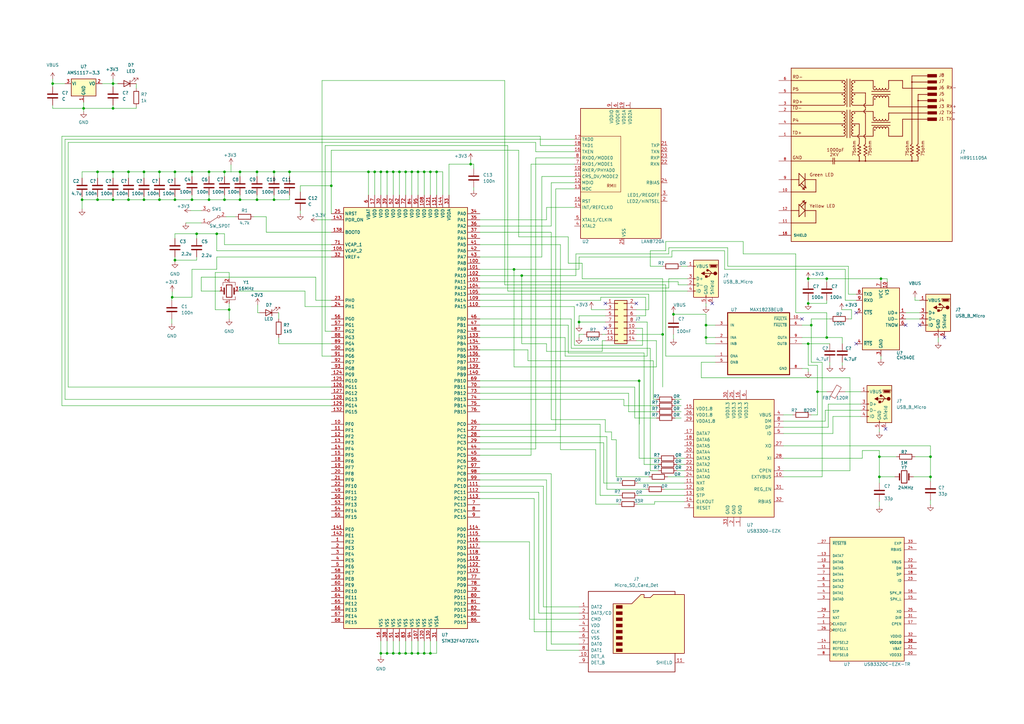
<source format=kicad_sch>
(kicad_sch (version 20211123) (generator eeschema)
  (paper "A3")
  (junction (at 46.355 34.29))
  (junction (at 331.47 114.3))
  (junction (at 168.91 267.97))
  (junction (at 360.68 195.58))
  (junction (at 171.45 267.97))
  (junction (at 92.075 81.915))
  (junction (at 40.005 70.485))
  (junction (at 33.655 81.915))
  (junction (at 158.75 70.485))
  (junction (at 339.09 114.3))
  (junction (at 105.41 70.485))
  (junction (at 151.13 70.485))
  (junction (at 179.07 70.485))
  (junction (at 98.425 70.485))
  (junction (at 93.98 127))
  (junction (at 88.9 95.885))
  (junction (at 361.315 114.3))
  (junction (at 65.405 81.915))
  (junction (at 59.055 70.485))
  (junction (at 158.75 267.97))
  (junction (at 92.075 70.485))
  (junction (at 80.645 95.885))
  (junction (at 65.405 70.485))
  (junction (at 40.005 81.915))
  (junction (at 85.725 81.915))
  (junction (at 213.995 113.03))
  (junction (at 262.128 156.21))
  (junction (at 85.725 70.485))
  (junction (at 237.49 132.08))
  (junction (at 173.99 70.485))
  (junction (at 52.705 70.485))
  (junction (at 112.395 81.915))
  (junction (at 46.355 44.45))
  (junction (at 171.45 70.485))
  (junction (at 71.755 70.485))
  (junction (at 166.37 267.97))
  (junction (at 166.37 70.485))
  (junction (at 168.91 70.485))
  (junction (at 335.28 160.655))
  (junction (at 105.41 81.915))
  (junction (at 71.755 81.915))
  (junction (at 112.395 70.485))
  (junction (at 331.47 140.97))
  (junction (at 331.47 124.46))
  (junction (at 161.29 267.97))
  (junction (at 176.53 70.485))
  (junction (at 34.29 44.45))
  (junction (at 193.04 67.31))
  (junction (at 46.355 70.485))
  (junction (at 176.53 267.97))
  (junction (at 78.74 70.485))
  (junction (at 276.225 128.905))
  (junction (at 289.56 138.43))
  (junction (at 46.355 81.915))
  (junction (at 210.82 110.49))
  (junction (at 381.635 187.325))
  (junction (at 135.89 76.2))
  (junction (at 271.78 137.16))
  (junction (at 381.635 195.58))
  (junction (at 360.68 187.325))
  (junction (at 78.74 81.915))
  (junction (at 163.83 70.485))
  (junction (at 156.21 70.485))
  (junction (at 21.59 34.29))
  (junction (at 161.29 70.485))
  (junction (at 163.83 267.97))
  (junction (at 156.21 267.97))
  (junction (at 52.705 81.915))
  (junction (at 289.56 133.35))
  (junction (at 153.67 70.485))
  (junction (at 339.09 138.43))
  (junction (at 173.99 267.97))
  (junction (at 98.425 81.915))
  (junction (at 59.055 81.915))
  (junction (at 332.74 133.35))
  (junction (at 71.755 106.68))
  (junction (at 70.612 121.92))
  (junction (at 118.745 70.485))
  (no_connect (at 328.93 130.81))
  (no_connect (at 351.155 128.27))
  (no_connect (at 351.155 140.97))
  (no_connect (at 371.475 133.35))
  (no_connect (at 260.985 124.46))
  (no_connect (at 248.285 124.46))
  (no_connect (at 248.285 134.62))
  (no_connect (at 363.22 175.895))
  (no_connect (at 292.1 124.46))
  (no_connect (at 387.35 138.43))
  (no_connect (at 377.19 133.35))
  (wire (pts (xy 348.615 154.94) (xy 348.615 193.04)))
  (wire (pts (xy 156.21 80.01) (xy 156.21 70.485)))
  (wire (pts (xy 266.065 120.65) (xy 266.065 127)))
  (wire (pts (xy 176.53 70.485) (xy 179.07 70.485)))
  (wire (pts (xy 196.85 184.15) (xy 219.71 184.15)))
  (wire (pts (xy 213.995 140.97) (xy 224.155 140.97)))
  (wire (pts (xy 71.755 105.41) (xy 71.755 106.68)))
  (wire (pts (xy 331.47 152.4) (xy 331.47 151.13)))
  (wire (pts (xy 196.85 222.25) (xy 217.17 222.25)))
  (wire (pts (xy 25.4 55.88) (xy 221.615 55.88)))
  (wire (pts (xy 287.655 154.94) (xy 287.655 148.59)))
  (wire (pts (xy 65.405 70.485) (xy 71.755 70.485)))
  (wire (pts (xy 135.89 76.2) (xy 123.19 76.2)))
  (wire (pts (xy 130.175 90.17) (xy 135.89 90.17)))
  (wire (pts (xy 224.155 85.09) (xy 235.585 85.09)))
  (wire (pts (xy 247.65 198.12) (xy 254 198.12)))
  (wire (pts (xy 196.85 173.99) (xy 246.126 173.99)))
  (wire (pts (xy 346.71 110.49) (xy 346.71 123.19)))
  (wire (pts (xy 179.07 80.01) (xy 179.07 70.485)))
  (wire (pts (xy 93.98 127) (xy 93.98 124.46)))
  (wire (pts (xy 381.635 195.58) (xy 381.635 197.485)))
  (wire (pts (xy 168.91 70.485) (xy 171.45 70.485)))
  (wire (pts (xy 321.31 195.58) (xy 337.185 195.58)))
  (wire (pts (xy 71.755 80.645) (xy 71.755 81.915)))
  (wire (pts (xy 40.005 81.915) (xy 46.355 81.915)))
  (wire (pts (xy 216.535 143.51) (xy 216.535 147.955)))
  (wire (pts (xy 360.68 205.74) (xy 360.68 207.645)))
  (wire (pts (xy 193.04 67.31) (xy 194.31 67.31)))
  (wire (pts (xy 224.155 196.85) (xy 224.155 266.7)))
  (wire (pts (xy 118.745 70.485) (xy 118.745 72.39)))
  (wire (pts (xy 233.045 107.95) (xy 238.76 107.95)))
  (wire (pts (xy 217.805 67.31) (xy 235.585 67.31)))
  (wire (pts (xy 222.25 105.41) (xy 222.25 72.39)))
  (wire (pts (xy 173.99 262.89) (xy 173.99 267.97)))
  (wire (pts (xy 361.315 114.3) (xy 339.09 114.3)))
  (wire (pts (xy 381.635 182.88) (xy 381.635 187.325)))
  (wire (pts (xy 196.85 158.75) (xy 260.35 158.75)))
  (wire (pts (xy 375.285 121.92) (xy 375.285 123.19)))
  (wire (pts (xy 264.795 121.92) (xy 264.795 129.54)))
  (wire (pts (xy 34.29 41.91) (xy 34.29 44.45)))
  (wire (pts (xy 135.89 158.75) (xy 27.94 158.75)))
  (wire (pts (xy 92.075 81.915) (xy 98.425 81.915)))
  (wire (pts (xy 125.095 119.38) (xy 125.095 125.73)))
  (wire (pts (xy 26.67 163.83) (xy 26.67 57.15)))
  (wire (pts (xy 219.71 64.77) (xy 235.585 64.77)))
  (wire (pts (xy 233.045 144.78) (xy 264.16 144.78)))
  (wire (pts (xy 281.94 119.38) (xy 208.28 119.38)))
  (wire (pts (xy 361.315 146.05) (xy 361.315 147.32)))
  (wire (pts (xy 171.45 267.97) (xy 168.91 267.97)))
  (wire (pts (xy 332.74 133.35) (xy 332.74 130.81)))
  (wire (pts (xy 194.31 67.31) (xy 194.31 69.215)))
  (wire (pts (xy 237.49 137.16) (xy 237.49 138.43)))
  (wire (pts (xy 85.725 81.915) (xy 92.075 81.915)))
  (wire (pts (xy 46.355 43.18) (xy 46.355 44.45)))
  (wire (pts (xy 59.055 70.485) (xy 65.405 70.485)))
  (wire (pts (xy 345.44 138.43) (xy 345.44 140.97)))
  (wire (pts (xy 196.85 123.19) (xy 246.38 123.19)))
  (wire (pts (xy 105.41 80.01) (xy 105.41 81.915)))
  (wire (pts (xy 381.635 205.105) (xy 381.635 207.01)))
  (wire (pts (xy 360.68 187.325) (xy 360.68 195.58)))
  (wire (pts (xy 235.585 125.73) (xy 235.585 141.605)))
  (wire (pts (xy 118.745 70.485) (xy 151.13 70.485)))
  (wire (pts (xy 65.405 73.025) (xy 65.405 70.485)))
  (wire (pts (xy 321.31 172.72) (xy 338.455 172.72)))
  (wire (pts (xy 226.06 172.085) (xy 248.285 172.085)))
  (wire (pts (xy 269.24 168.91) (xy 257.81 168.91)))
  (wire (pts (xy 46.355 34.29) (xy 46.355 32.385)))
  (wire (pts (xy 273.05 116.84) (xy 273.05 146.05)))
  (wire (pts (xy 85.725 70.485) (xy 85.725 72.39)))
  (wire (pts (xy 196.85 143.51) (xy 216.535 143.51)))
  (wire (pts (xy 287.655 148.59) (xy 293.37 148.59)))
  (wire (pts (xy 135.89 163.83) (xy 26.67 163.83)))
  (wire (pts (xy 244.348 206.756) (xy 253.746 206.756)))
  (wire (pts (xy 166.37 80.01) (xy 166.37 70.485)))
  (wire (pts (xy 196.85 110.49) (xy 210.82 110.49)))
  (wire (pts (xy 331.47 140.97) (xy 340.36 140.97)))
  (wire (pts (xy 109.22 88.9) (xy 104.14 88.9)))
  (wire (pts (xy 321.31 170.18) (xy 325.12 170.18)))
  (wire (pts (xy 331.47 114.3) (xy 331.47 115.57)))
  (wire (pts (xy 179.07 262.89) (xy 179.07 267.97)))
  (wire (pts (xy 237.49 132.08) (xy 237.49 133.35)))
  (wire (pts (xy 184.15 67.31) (xy 193.04 67.31)))
  (wire (pts (xy 156.21 267.97) (xy 158.75 267.97)))
  (wire (pts (xy 217.17 254) (xy 237.49 254)))
  (wire (pts (xy 221.615 59.69) (xy 235.585 59.69)))
  (wire (pts (xy 78.74 110.49) (xy 88.9 110.49)))
  (wire (pts (xy 272.542 200.66) (xy 280.67 200.66)))
  (wire (pts (xy 264.16 144.78) (xy 264.16 190.5)))
  (wire (pts (xy 129.54 113.665) (xy 82.55 113.665)))
  (wire (pts (xy 289.56 124.46) (xy 289.56 125.73)))
  (wire (pts (xy 129.54 123.19) (xy 129.54 113.665)))
  (wire (pts (xy 328.93 140.97) (xy 331.47 140.97)))
  (wire (pts (xy 71.755 70.485) (xy 78.74 70.485)))
  (wire (pts (xy 55.88 43.815) (xy 55.88 44.45)))
  (wire (pts (xy 332.74 130.81) (xy 340.36 130.81)))
  (wire (pts (xy 92.075 80.01) (xy 92.075 81.915)))
  (wire (pts (xy 151.13 70.485) (xy 151.13 80.01)))
  (wire (pts (xy 196.85 120.65) (xy 266.065 120.65)))
  (wire (pts (xy 224.155 266.7) (xy 237.49 266.7)))
  (wire (pts (xy 261.366 206.756) (xy 268.478 206.756)))
  (wire (pts (xy 335.28 160.655) (xy 335.28 170.18)))
  (wire (pts (xy 166.37 70.485) (xy 168.91 70.485)))
  (wire (pts (xy 92.71 88.9) (xy 96.52 88.9)))
  (wire (pts (xy 98.425 80.01) (xy 98.425 81.915)))
  (wire (pts (xy 168.91 80.01) (xy 168.91 70.485)))
  (wire (pts (xy 88.9 95.885) (xy 80.645 95.885)))
  (wire (pts (xy 237.49 110.49) (xy 237.49 105.41)))
  (wire (pts (xy 281.94 116.84) (xy 278.13 116.84)))
  (wire (pts (xy 92.075 95.885) (xy 88.9 95.885)))
  (wire (pts (xy 114.3 140.97) (xy 135.89 140.97)))
  (wire (pts (xy 269.24 163.83) (xy 267.97 163.83)))
  (wire (pts (xy 118.745 81.915) (xy 118.745 80.01)))
  (wire (pts (xy 255.905 163.83) (xy 255.905 166.37)))
  (wire (pts (xy 196.85 161.29) (xy 257.81 161.29)))
  (wire (pts (xy 250.825 180.34) (xy 252.73 180.34)))
  (wire (pts (xy 321.31 182.88) (xy 381.635 182.88)))
  (wire (pts (xy 173.99 267.97) (xy 171.45 267.97)))
  (wire (pts (xy 135.89 146.05) (xy 132.08 146.05)))
  (wire (pts (xy 348.615 154.94) (xy 287.655 154.94)))
  (wire (pts (xy 234.315 142.875) (xy 266.7 142.875)))
  (wire (pts (xy 52.705 81.915) (xy 59.055 81.915)))
  (wire (pts (xy 275.59 102.87) (xy 297.18 102.87)))
  (wire (pts (xy 266.7 142.875) (xy 266.7 193.04)))
  (wire (pts (xy 238.76 114.3) (xy 271.78 114.3)))
  (wire (pts (xy 168.91 267.97) (xy 166.37 267.97)))
  (wire (pts (xy 196.85 179.07) (xy 248.92 179.07)))
  (wire (pts (xy 341.63 170.815) (xy 353.06 170.815)))
  (wire (pts (xy 271.78 114.3) (xy 271.78 137.16)))
  (wire (pts (xy 339.09 138.43) (xy 345.44 138.43)))
  (wire (pts (xy 46.355 44.45) (xy 34.29 44.45)))
  (wire (pts (xy 339.09 124.46) (xy 339.09 123.19)))
  (wire (pts (xy 163.83 70.485) (xy 166.37 70.485)))
  (wire (pts (xy 52.705 73.025) (xy 52.705 70.485)))
  (wire (pts (xy 85.725 80.01) (xy 85.725 81.915)))
  (wire (pts (xy 227.965 176.53) (xy 227.965 77.47)))
  (wire (pts (xy 40.005 70.485) (xy 46.355 70.485)))
  (wire (pts (xy 384.81 138.43) (xy 384.81 140.335)))
  (wire (pts (xy 21.59 32.385) (xy 21.59 34.29)))
  (wire (pts (xy 266.065 127) (xy 260.985 127)))
  (wire (pts (xy 210.82 110.49) (xy 210.82 150.495)))
  (wire (pts (xy 98.425 70.485) (xy 98.425 72.39)))
  (wire (pts (xy 275.59 105.41) (xy 275.59 102.87)))
  (wire (pts (xy 184.15 80.01) (xy 184.15 67.31)))
  (wire (pts (xy 46.355 70.485) (xy 52.705 70.485)))
  (wire (pts (xy 328.93 138.43) (xy 339.09 138.43)))
  (wire (pts (xy 41.91 34.29) (xy 46.355 34.29)))
  (wire (pts (xy 276.86 168.91) (xy 279.4 168.91)))
  (wire (pts (xy 171.45 80.01) (xy 171.45 70.485)))
  (wire (pts (xy 114.3 128.27) (xy 114.3 130.81)))
  (wire (pts (xy 266.7 102.87) (xy 266.7 109.22)))
  (wire (pts (xy 40.005 73.025) (xy 40.005 70.485)))
  (wire (pts (xy 263.525 134.62) (xy 260.985 134.62)))
  (wire (pts (xy 227.965 77.47) (xy 235.585 77.47)))
  (wire (pts (xy 78.74 121.92) (xy 78.74 110.49)))
  (wire (pts (xy 129.54 123.19) (xy 135.89 123.19)))
  (wire (pts (xy 65.405 81.915) (xy 71.755 81.915)))
  (wire (pts (xy 237.49 105.41) (xy 275.59 105.41)))
  (wire (pts (xy 339.09 114.3) (xy 339.09 115.57)))
  (wire (pts (xy 367.665 187.325) (xy 360.68 187.325)))
  (wire (pts (xy 88.265 111.76) (xy 88.265 127)))
  (wire (pts (xy 80.645 95.885) (xy 71.755 95.885)))
  (wire (pts (xy 374.65 195.58) (xy 381.635 195.58)))
  (wire (pts (xy 262.128 156.21) (xy 262.255 156.21)))
  (wire (pts (xy 289.56 138.43) (xy 293.37 138.43)))
  (wire (pts (xy 246.38 121.92) (xy 264.795 121.92)))
  (wire (pts (xy 247.015 137.16) (xy 248.285 137.16)))
  (wire (pts (xy 340.36 148.59) (xy 340.36 149.86)))
  (wire (pts (xy 71.755 106.68) (xy 80.645 106.68)))
  (wire (pts (xy 277.622 187.96) (xy 280.67 187.96)))
  (wire (pts (xy 345.44 148.59) (xy 345.44 149.86)))
  (wire (pts (xy 27.94 158.75) (xy 27.94 58.42)))
  (wire (pts (xy 297.18 102.87) (xy 297.18 110.49)))
  (wire (pts (xy 135.89 166.37) (xy 25.4 166.37)))
  (wire (pts (xy 221.615 55.88) (xy 221.615 59.69)))
  (wire (pts (xy 220.98 251.46) (xy 237.49 251.46)))
  (wire (pts (xy 262.128 187.96) (xy 270.002 187.96)))
  (wire (pts (xy 328.93 151.13) (xy 331.47 151.13)))
  (wire (pts (xy 46.355 34.29) (xy 46.355 35.56)))
  (wire (pts (xy 276.86 166.37) (xy 279.4 166.37)))
  (wire (pts (xy 158.75 70.485) (xy 161.29 70.485)))
  (wire (pts (xy 92.075 70.485) (xy 92.075 72.39)))
  (wire (pts (xy 212.725 97.155) (xy 233.045 97.155)))
  (wire (pts (xy 71.755 106.68) (xy 71.755 107.315)))
  (wire (pts (xy 109.22 88.9) (xy 109.22 95.25)))
  (wire (pts (xy 371.475 130.81) (xy 377.19 130.81)))
  (wire (pts (xy 114.3 128.27) (xy 114.046 128.27)))
  (wire (pts (xy 266.7 109.22) (xy 271.78 109.22)))
  (wire (pts (xy 98.425 81.915) (xy 105.41 81.915)))
  (wire (pts (xy 33.655 81.915) (xy 33.655 85.725)))
  (wire (pts (xy 92.075 70.485) (xy 98.425 70.485)))
  (wire (pts (xy 261.62 203.2) (xy 280.67 203.2)))
  (wire (pts (xy 349.25 130.81) (xy 347.98 130.81)))
  (wire (pts (xy 196.85 156.21) (xy 262.128 156.21)))
  (wire (pts (xy 262.128 156.21) (xy 262.128 187.96)))
  (wire (pts (xy 237.49 132.08) (xy 237.49 129.54)))
  (wire (pts (xy 196.85 118.11) (xy 274.32 118.11)))
  (wire (pts (xy 112.395 80.01) (xy 112.395 81.915)))
  (wire (pts (xy 268.478 205.74) (xy 280.67 205.74)))
  (wire (pts (xy 196.85 90.17) (xy 224.155 90.17)))
  (wire (pts (xy 337.185 195.58) (xy 337.185 148.59)))
  (wire (pts (xy 181.61 80.01) (xy 181.61 70.485)))
  (wire (pts (xy 179.07 267.97) (xy 176.53 267.97)))
  (wire (pts (xy 269.24 171.45) (xy 260.35 171.45)))
  (wire (pts (xy 135.89 61.595) (xy 212.725 61.595)))
  (wire (pts (xy 274.32 114.3) (xy 274.32 118.11)))
  (wire (pts (xy 46.355 34.29) (xy 48.26 34.29)))
  (wire (pts (xy 331.47 123.19) (xy 331.47 124.46)))
  (wire (pts (xy 33.655 73.025) (xy 33.655 70.485)))
  (wire (pts (xy 289.56 133.35) (xy 289.56 138.43)))
  (wire (pts (xy 298.45 101.6) (xy 298.45 109.22)))
  (wire (pts (xy 269.24 150.495) (xy 269.24 139.7)))
  (wire (pts (xy 153.67 70.485) (xy 156.21 70.485)))
  (wire (pts (xy 297.18 110.49) (xy 346.71 110.49)))
  (wire (pts (xy 224.155 140.97) (xy 224.155 144.145)))
  (wire (pts (xy 321.31 175.26) (xy 339.725 175.26)))
  (wire (pts (xy 135.89 100.33) (xy 92.075 100.33)))
  (wire (pts (xy 196.85 201.93) (xy 220.98 201.93)))
  (wire (pts (xy 34.29 44.45) (xy 34.29 45.72)))
  (wire (pts (xy 21.59 34.29) (xy 26.67 34.29)))
  (wire (pts (xy 264.795 129.54) (xy 260.985 129.54)))
  (wire (pts (xy 264.16 190.5) (xy 270.002 190.5)))
  (wire (pts (xy 196.85 204.47) (xy 219.075 204.47)))
  (wire (pts (xy 71.755 70.485) (xy 71.755 73.025)))
  (wire (pts (xy 260.35 158.75) (xy 260.35 171.45)))
  (wire (pts (xy 276.225 128.27) (xy 276.225 128.905)))
  (wire (pts (xy 210.82 150.495) (xy 269.24 150.495)))
  (wire (pts (xy 208.28 119.38) (xy 208.28 59.69)))
  (wire (pts (xy 345.186 127) (xy 349.25 127)))
  (wire (pts (xy 133.35 59.69) (xy 133.35 135.89)))
  (wire (pts (xy 98.425 70.485) (xy 105.41 70.485)))
  (wire (pts (xy 196.85 95.25) (xy 226.06 95.25)))
  (wire (pts (xy 363.855 115.57) (xy 363.855 114.3)))
  (wire (pts (xy 268.478 206.756) (xy 268.478 205.74)))
  (wire (pts (xy 97.79 119.38) (xy 125.095 119.38)))
  (wire (pts (xy 46.355 73.025) (xy 46.355 70.485)))
  (wire (pts (xy 339.725 165.735) (xy 339.725 175.26)))
  (wire (pts (xy 276.86 171.45) (xy 279.4 171.45)))
  (wire (pts (xy 304.8 104.14) (xy 304.8 99.06)))
  (wire (pts (xy 133.35 135.89) (xy 135.89 135.89)))
  (wire (pts (xy 163.83 262.89) (xy 163.83 267.97)))
  (wire (pts (xy 226.06 264.16) (xy 237.49 264.16)))
  (wire (pts (xy 360.68 195.58) (xy 360.68 198.12)))
  (wire (pts (xy 338.455 168.275) (xy 353.06 168.275)))
  (wire (pts (xy 132.08 146.05) (xy 132.08 33.02)))
  (wire (pts (xy 135.89 102.87) (xy 88.9 102.87)))
  (wire (pts (xy 161.29 267.97) (xy 163.83 267.97)))
  (wire (pts (xy 235.585 141.605) (xy 263.525 141.605)))
  (wire (pts (xy 194.31 76.835) (xy 194.31 78.105)))
  (wire (pts (xy 220.98 201.93) (xy 220.98 251.46)))
  (wire (pts (xy 196.85 181.61) (xy 247.65 181.61)))
  (wire (pts (xy 59.055 73.025) (xy 59.055 70.485)))
  (wire (pts (xy 269.24 139.7) (xy 260.985 139.7)))
  (wire (pts (xy 196.85 176.53) (xy 227.965 176.53)))
  (wire (pts (xy 269.24 166.37) (xy 255.905 166.37)))
  (wire (pts (xy 271.78 137.16) (xy 260.985 137.16)))
  (wire (pts (xy 226.06 194.31) (xy 226.06 264.16)))
  (wire (pts (xy 328.93 133.35) (xy 332.74 133.35)))
  (wire (pts (xy 105.664 128.27) (xy 106.426 128.27)))
  (wire (pts (xy 196.85 194.31) (xy 226.06 194.31)))
  (wire (pts (xy 273.812 195.58) (xy 280.67 195.58)))
  (wire (pts (xy 71.755 81.915) (xy 78.74 81.915)))
  (wire (pts (xy 339.09 128.27) (xy 326.39 128.27)))
  (wire (pts (xy 261.62 198.12) (xy 280.67 198.12)))
  (wire (pts (xy 277.622 193.04) (xy 280.67 193.04)))
  (wire (pts (xy 244.348 184.404) (xy 244.348 206.756)))
  (wire (pts (xy 59.055 81.915) (xy 65.405 81.915)))
  (wire (pts (xy 337.185 148.59) (xy 332.74 148.59)))
  (wire (pts (xy 171.45 70.485) (xy 173.99 70.485)))
  (wire (pts (xy 252.73 180.34) (xy 252.73 195.58)))
  (wire (pts (xy 263.525 141.605) (xy 263.525 134.62)))
  (wire (pts (xy 208.28 59.69) (xy 133.35 59.69)))
  (wire (pts (xy 105.41 81.915) (xy 112.395 81.915)))
  (wire (pts (xy 161.29 70.485) (xy 163.83 70.485)))
  (wire (pts (xy 46.355 81.915) (xy 52.705 81.915)))
  (wire (pts (xy 332.74 170.18) (xy 335.28 170.18)))
  (wire (pts (xy 360.68 184.785) (xy 360.68 187.325)))
  (wire (pts (xy 222.25 72.39) (xy 235.585 72.39)))
  (wire (pts (xy 196.85 196.85) (xy 224.155 196.85)))
  (wire (pts (xy 171.45 262.89) (xy 171.45 267.97)))
  (wire (pts (xy 196.85 92.71) (xy 226.06 92.71)))
  (wire (pts (xy 153.67 80.01) (xy 153.67 70.485)))
  (wire (pts (xy 156.21 70.485) (xy 158.75 70.485)))
  (wire (pts (xy 156.21 267.97) (xy 156.21 269.24)))
  (wire (pts (xy 233.045 133.35) (xy 233.045 144.78)))
  (wire (pts (xy 196.85 105.41) (xy 222.25 105.41)))
  (wire (pts (xy 52.705 80.645) (xy 52.705 81.915)))
  (wire (pts (xy 78.74 81.915) (xy 85.725 81.915)))
  (wire (pts (xy 196.85 186.69) (xy 217.805 186.69)))
  (wire (pts (xy 360.68 195.58) (xy 367.03 195.58)))
  (wire (pts (xy 196.85 130.81) (xy 234.315 130.81)))
  (wire (pts (xy 271.78 137.16) (xy 271.78 158.75)))
  (wire (pts (xy 339.09 114.3) (xy 331.47 114.3)))
  (wire (pts (xy 331.47 149.86) (xy 331.47 140.97)))
  (wire (pts (xy 361.315 115.57) (xy 361.315 114.3)))
  (wire (pts (xy 158.75 80.01) (xy 158.75 70.485)))
  (wire (pts (xy 248.92 200.66) (xy 264.922 200.66)))
  (wire (pts (xy 246.126 173.99) (xy 246.126 203.2)))
  (wire (pts (xy 289.56 128.905) (xy 289.56 133.35)))
  (wire (pts (xy 248.92 179.07) (xy 248.92 200.66)))
  (wire (pts (xy 216.535 147.955) (xy 267.97 147.955)))
  (wire (pts (xy 93.98 127) (xy 93.98 130.81)))
  (wire (pts (xy 156.21 262.89) (xy 156.21 267.97)))
  (wire (pts (xy 163.83 267.97) (xy 166.37 267.97)))
  (wire (pts (xy 226.06 74.93) (xy 235.585 74.93)))
  (wire (pts (xy 274.32 104.14) (xy 274.32 101.6)))
  (wire (pts (xy 105.41 70.485) (xy 112.395 70.485)))
  (wire (pts (xy 193.04 65.532) (xy 193.04 67.31)))
  (wire (pts (xy 105.664 124.968) (xy 105.664 128.27)))
  (wire (pts (xy 239.395 137.16) (xy 237.49 137.16)))
  (wire (pts (xy 158.75 262.89) (xy 158.75 267.97)))
  (wire (pts (xy 234.315 130.81) (xy 234.315 142.875)))
  (wire (pts (xy 46.355 80.645) (xy 46.355 81.915)))
  (wire (pts (xy 93.98 114.3) (xy 93.98 111.76)))
  (wire (pts (xy 114.3 138.43) (xy 114.3 140.97)))
  (wire (pts (xy 226.06 92.71) (xy 226.06 74.93)))
  (wire (pts (xy 246.126 203.2) (xy 254 203.2)))
  (wire (pts (xy 82.55 113.665) (xy 82.55 119.38)))
  (wire (pts (xy 168.91 262.89) (xy 168.91 267.97)))
  (wire (pts (xy 371.475 128.27) (xy 377.19 128.27)))
  (wire (pts (xy 70.485 121.92) (xy 70.485 123.19)))
  (wire (pts (xy 335.28 149.86) (xy 335.28 160.655)))
  (wire (pts (xy 71.755 95.885) (xy 71.755 97.79)))
  (wire (pts (xy 27.94 58.42) (xy 219.71 58.42)))
  (wire (pts (xy 94.742 67.564) (xy 94.742 70.612)))
  (wire (pts (xy 338.455 168.275) (xy 338.455 172.72)))
  (wire (pts (xy 222.885 199.39) (xy 222.885 248.92)))
  (wire (pts (xy 93.98 111.76) (xy 88.265 111.76)))
  (wire (pts (xy 219.075 259.08) (xy 237.49 259.08)))
  (wire (pts (xy 207.01 116.84) (xy 273.05 116.84)))
  (wire (pts (xy 217.17 222.25) (xy 217.17 254)))
  (wire (pts (xy 65.405 80.645) (xy 65.405 81.915)))
  (wire (pts (xy 250.825 177.165) (xy 250.825 180.34)))
  (wire (pts (xy 166.37 262.89) (xy 166.37 267.97)))
  (wire (pts (xy 247.015 139.7) (xy 248.285 139.7)))
  (wire (pts (xy 265.43 146.05) (xy 265.43 132.08)))
  (wire (pts (xy 276.225 128.905) (xy 289.56 128.905)))
  (wire (pts (xy 326.39 128.27) (xy 326.39 104.14)))
  (wire (pts (xy 375.285 187.325) (xy 381.635 187.325)))
  (wire (pts (xy 248.285 172.085) (xy 248.285 177.165)))
  (wire (pts (xy 279.4 109.22) (xy 281.94 109.22)))
  (wire (pts (xy 266.7 193.04) (xy 270.002 193.04)))
  (wire (pts (xy 88.9 102.87) (xy 88.9 95.885)))
  (wire (pts (xy 212.725 61.595) (xy 212.725 97.155)))
  (wire (pts (xy 363.855 114.3) (xy 361.315 114.3)))
  (wire (pts (xy 219.71 184.15) (xy 219.71 64.77)))
  (wire (pts (xy 222.885 248.92) (xy 237.49 248.92)))
  (wire (pts (xy 360.68 175.895) (xy 360.68 177.165)))
  (wire (pts (xy 289.56 140.97) (xy 293.37 140.97)))
  (wire (pts (xy 273.05 99.06) (xy 304.8 99.06)))
  (wire (pts (xy 339.09 138.43) (xy 339.09 128.27)))
  (wire (pts (xy 213.995 113.03) (xy 213.995 140.97)))
  (wire (pts (xy 132.08 33.02) (xy 207.01 33.02)))
  (wire (pts (xy 219.71 58.42) (xy 219.71 62.23)))
  (wire (pts (xy 246.38 123.19) (xy 246.38 121.92)))
  (wire (pts (xy 298.45 109.22) (xy 347.98 109.22)))
  (wire (pts (xy 70.485 130.81) (xy 70.485 132.715)))
  (wire (pts (xy 335.28 149.86) (xy 331.47 149.86)))
  (wire (pts (xy 85.725 70.485) (xy 92.075 70.485)))
  (wire (pts (xy 332.74 148.59) (xy 332.74 133.35)))
  (wire (pts (xy 219.075 204.47) (xy 219.075 259.08)))
  (wire (pts (xy 78.74 70.485) (xy 85.725 70.485)))
  (wire (pts (xy 88.9 110.49) (xy 88.9 105.41)))
  (wire (pts (xy 276.86 163.83) (xy 279.4 163.83)))
  (wire (pts (xy 326.39 104.14) (xy 304.8 104.14)))
  (wire (pts (xy 242.57 127) (xy 242.57 126.492)))
  (wire (pts (xy 88.265 127) (xy 93.98 127)))
  (wire (pts (xy 196.85 138.43) (xy 231.775 138.43)))
  (wire (pts (xy 289.56 133.35) (xy 293.37 133.35)))
  (wire (pts (xy 257.81 161.29) (xy 257.81 168.91)))
  (wire (pts (xy 179.07 70.485) (xy 181.61 70.485)))
  (wire (pts (xy 236.22 104.14) (xy 274.32 104.14)))
  (wire (pts (xy 26.67 57.15) (xy 235.585 57.15)))
  (wire (pts (xy 33.655 70.485) (xy 40.005 70.485)))
  (wire (pts (xy 346.71 160.655) (xy 353.06 160.655)))
  (wire (pts (xy 161.29 262.89) (xy 161.29 267.97)))
  (wire (pts (xy 76.2 91.44) (xy 82.55 91.44)))
  (wire (pts (xy 112.395 70.485) (xy 112.395 72.39)))
  (wire (pts (xy 112.395 70.485) (xy 118.745 70.485)))
  (wire (pts (xy 55.88 34.29) (xy 55.88 36.195)))
  (wire (pts (xy 176.53 80.01) (xy 176.53 70.485)))
  (wire (pts (xy 339.725 165.735) (xy 353.06 165.735)))
  (wire (pts (xy 321.31 193.04) (xy 348.615 193.04)))
  (wire (pts (xy 278.13 115.57) (xy 278.13 116.84)))
  (wire (pts (xy 231.775 146.05) (xy 265.43 146.05)))
  (wire (pts (xy 33.655 80.645) (xy 33.655 81.915)))
  (wire (pts (xy 267.97 147.955) (xy 267.97 163.83)))
  (wire (pts (xy 229.87 184.404) (xy 244.348 184.404)))
  (wire (pts (xy 196.85 125.73) (xy 235.585 125.73)))
  (wire (pts (xy 347.98 120.65) (xy 351.155 120.65)))
  (wire (pts (xy 176.53 267.97) (xy 173.99 267.97)))
  (wire (pts (xy 236.22 113.03) (xy 236.22 104.14)))
  (wire (pts (xy 70.612 121.92) (xy 78.74 121.92)))
  (wire (pts (xy 217.805 186.69) (xy 217.805 67.31)))
  (wire (pts (xy 273.05 146.05) (xy 293.37 146.05)))
  (wire (pts (xy 88.9 105.41) (xy 135.89 105.41)))
  (wire (pts (xy 82.55 119.38) (xy 90.17 119.38)))
  (wire (pts (xy 80.645 95.885) (xy 80.645 97.79)))
  (wire (pts (xy 70.485 121.92) (xy 70.612 121.92)))
  (wire (pts (xy 273.05 99.06) (xy 273.05 102.87)))
  (wire (pts (xy 40.005 80.645) (xy 40.005 81.915)))
  (wire (pts (xy 248.285 177.165) (xy 250.825 177.165)))
  (wire (pts (xy 78.74 80.01) (xy 78.74 81.915)))
  (wire (pts (xy 321.31 177.8) (xy 341.63 177.8)))
  (wire (pts (xy 163.83 80.01) (xy 163.83 70.485)))
  (wire (pts (xy 70.612 119.634) (xy 70.612 121.92)))
  (wire (pts (xy 347.98 109.22) (xy 347.98 120.65)))
  (wire (pts (xy 247.015 144.145) (xy 247.015 139.7)))
  (wire (pts (xy 25.4 166.37) (xy 25.4 55.88)))
  (wire (pts (xy 233.045 97.155) (xy 233.045 107.95)))
  (wire (pts (xy 252.73 195.58) (xy 266.192 195.58)))
  (wire (pts (xy 237.49 129.54) (xy 248.285 129.54)))
  (wire (pts (xy 381.635 187.325) (xy 381.635 195.58)))
  (wire (pts (xy 125.095 125.73) (xy 135.89 125.73)))
  (wire (pts (xy 349.25 127) (xy 349.25 130.81)))
  (wire (pts (xy 237.49 132.08) (xy 248.285 132.08)))
  (wire (pts (xy 33.655 81.915) (xy 40.005 81.915)))
  (wire (pts (xy 274.32 101.6) (xy 298.45 101.6)))
  (wire (pts (xy 262.255 156.21) (xy 262.255 173.99)))
  (wire (pts (xy 135.89 87.63) (xy 135.89 76.2)))
  (wire (pts (xy 158.75 267.97) (xy 161.29 267.97)))
  (wire (pts (xy 274.32 114.3) (xy 281.94 114.3)))
  (wire (pts (xy 331.47 124.46) (xy 339.09 124.46)))
  (wire (pts (xy 289.56 138.43) (xy 289.56 140.97)))
  (wire (pts (xy 21.59 44.45) (xy 34.29 44.45)))
  (wire (pts (xy 173.99 80.01) (xy 173.99 70.485)))
  (wire (pts (xy 196.85 100.33) (xy 229.87 100.33)))
  (wire (pts (xy 375.285 123.19) (xy 377.19 123.19)))
  (wire (pts (xy 135.89 76.2) (xy 135.89 61.595)))
  (wire (pts (xy 224.155 90.17) (xy 224.155 85.09)))
  (wire (pts (xy 196.85 113.03) (xy 213.995 113.03)))
  (wire (pts (xy 273.05 102.87) (xy 266.7 102.87)))
  (wire (pts (xy 247.65 181.61) (xy 247.65 198.12)))
  (wire (pts (xy 153.67 70.485) (xy 151.13 70.485)))
  (wire (pts (xy 335.28 160.655) (xy 339.09 160.655)))
  (wire (pts (xy 276.225 137.16) (xy 276.225 139.065)))
  (wire (pts (xy 59.055 80.645) (xy 59.055 81.915)))
  (wire (pts (xy 105.41 70.485) (xy 105.41 72.39)))
  (wire (pts (xy 346.71 123.19) (xy 351.155 123.19)))
  (wire (pts (xy 112.395 81.915) (xy 118.745 81.915)))
  (wire (pts (xy 196.85 199.39) (xy 222.885 199.39)))
  (wire (pts (xy 242.57 127) (xy 248.285 127)))
  (wire (pts (xy 21.59 43.18) (xy 21.59 44.45)))
  (wire (pts (xy 341.63 177.8) (xy 341.63 170.815)))
  (wire (pts (xy 229.87 100.33) (xy 229.87 184.404)))
  (wire (pts (xy 176.53 262.89) (xy 176.53 267.97)))
  (wire (pts (xy 219.71 62.23) (xy 235.585 62.23)))
  (wire (pts (xy 238.76 107.95) (xy 238.76 114.3)))
  (wire (pts (xy 213.995 113.03) (xy 236.22 113.03)))
  (wire (pts (xy 78.74 70.485) (xy 78.74 72.39)))
  (wire (pts (xy 277.622 190.5) (xy 280.67 190.5)))
  (wire (pts (xy 123.19 76.2) (xy 123.19 78.74)))
  (wire (pts (xy 196.85 163.83) (xy 255.905 163.83)))
  (wire (pts (xy 353.695 187.96) (xy 353.695 184.785)))
  (wire (pts (xy 233.045 133.35) (xy 196.85 133.35)))
  (wire (pts (xy 224.155 144.145) (xy 247.015 144.145)))
  (wire (pts (xy 123.19 86.36) (xy 123.19 87.63)))
  (wire (pts (xy 173.99 70.485) (xy 176.53 70.485)))
  (wire (pts (xy 135.89 95.25) (xy 109.22 95.25)))
  (wire (pts (xy 55.88 44.45) (xy 46.355 44.45)))
  (wire (pts (xy 92.075 100.33) (xy 92.075 95.885)))
  (wire (pts (xy 226.06 95.25) (xy 226.06 172.085)))
  (wire (pts (xy 21.59 34.29) (xy 21.59 35.56)))
  (wire (pts (xy 207.01 33.02) (xy 207.01 116.84)))
  (wire (pts (xy 161.29 80.01) (xy 161.29 70.485)))
  (wire (pts (xy 321.31 187.96) (xy 353.695 187.96)))
  (wire (pts (xy 52.705 70.485) (xy 59.055 70.485)))
  (wire (pts (xy 78.232 86.36) (xy 82.55 86.36)))
  (wire (pts (xy 80.645 106.68) (xy 80.645 105.41)))
  (wire (pts (xy 210.82 110.49) (xy 237.49 110.49)))
  (wire (pts (xy 231.775 138.43) (xy 231.775 146.05)))
  (wire (pts (xy 265.43 132.08) (xy 260.985 132.08)))
  (wire (pts (xy 276.225 128.905) (xy 276.225 129.54)))
  (wire (pts (xy 353.695 184.785) (xy 360.68 184.785)))
  (wire (pts (xy 196.85 115.57) (xy 278.13 115.57)))
  (symbol (lib_id "power:GND") (at 289.56 125.73 0) (unit 1)
    (property "Reference" "#PWR?" (effects hide))
    (property "Value" "GND" (effects hide))
  )
  (symbol (lib_id "power:+3V3") (at 70.612 119.634 0) (unit 1)
    (property "Reference" "#PWR?" (effects hide))
    (property "Value" "+3V3" (at 70.231 115.697 0))
  )
  (symbol (lib_id "power:VBUS") (at 276.225 128.27 0) (unit 1)
    (property "Reference" "#PWR?" (effects hide))
    (property "Value" "VBUS" (at 278.765 125.095 0))
  )
  (symbol (lib_id "power:+3V3") (at 78.232 86.36 90) (unit 1)
    (property "Reference" "#PWR?" (effects hide))
    (property "Value" "+3V3" (at 75.184 84.582 90))
  )
  (symbol (lib_id "Device:C") (at 59.055 76.835 0) (unit 1)
    (property "Reference" "C?" (at 55.88 74.295 0) (effects (justify left)))
    (property "Value" "100n" (at 53.975 79.375 0) (effects (justify left)))
  )
  (symbol (lib_id "Device:R") (at 273.05 166.37 90) (unit 1)
    (property "Reference" "R?" (at 268.605 165.1 90))
    (property "Value" "0R" (at 277.495 165.1 90))
  )
  (symbol (lib_id "Device:FerriteBead") (at 342.9 160.655 90) (unit 1)
    (property "Reference" "FB?" (at 339.09 163.195 90))
    (property "Value" "120R" (at 345.44 163.195 90))
  )
  (symbol (lib_id "Device:C") (at 340.36 144.78 0) (unit 1)
    (property "Reference" "C?" (at 337.185 142.875 0) (effects (justify left)))
    (property "Value" "4.7uF" (at 334.645 147.32 0) (effects (justify left)))
  )
  (symbol (lib_id "Device:R") (at 273.812 190.5 90) (unit 1)
    (property "Reference" "R?" (at 269.367 189.23 90))
    (property "Value" "0R" (at 278.257 189.23 90))
  )
  (symbol (lib_id "power:+3V3") (at 105.664 124.968 0) (unit 1)
    (property "Reference" "#PWR?" (effects hide))
    (property "Value" "+3V3" (at 105.283 121.031 0))
  )
  (symbol (lib_id "power:GND") (at 76.2 91.44 0) (unit 1)
    (property "Reference" "#PWR0111" (effects hide))
    (property "Value" "GND" (effects hide))
  )
  (symbol (lib_id "power:GND") (at 237.49 138.43 0) (unit 1)
    (property "Reference" "#PWR?" (effects hide))
    (property "Value" "GND" (effects hide))
  )
  (symbol (lib_id "power:GND") (at 70.485 132.715 0) (unit 1)
    (property "Reference" "#PWR0104" (effects hide))
    (property "Value" "GND" (at 70.485 137.795 0))
  )
  (symbol (lib_id "Interface_USB:USB3300-EZK") (at 300.99 187.96 0) (mirror y) (unit 1)
    (property "Reference" "U?" (at 306.2987 215.265 0) (effects (justify right)))
    (property "Value" "USB3300-EZK" (at 306.2987 217.805 0) (effects (justify right)))
    (property "Footprint" "Package_DFN_QFN:QFN-32-1EP_5x5mm_P0.5mm_EP3.45x3.45mm" (effects hide))
    (property "Datasheet" "http://ww1.microchip.com/downloads/en/DeviceDoc/00001783C.pdf" (effects hide))
  )
  (symbol (lib_id "USB3320C-EZK-TR:USB3320C-EZK-TR") (at 355.6 245.745 0) (mirror x) (unit 1)
    (property "Reference" "U?" (at 347.345 272.415 0))
    (property "Value" "USB3320C-EZK-TR" (at 363.855 272.415 0))
    (property "Footprint" "QFN50P500X500X100-33N330X330" (effects hide))
    (property "MANUFACTURER" "MICROCHIP" (effects hide))
    (property "SNAPEDA_PACKAGE_ID" "29698" (effects hide))
    (property "STANDARD" "IPC-7351B" (effects hide))
  )
  (symbol (lib_id "power:VBUS") (at 21.59 32.385 0) (unit 1)
    (property "Reference" "#PWR?" (effects hide))
    (property "Value" "VBUS" (at 21.59 26.67 0))
  )
  (symbol (lib_id "Connector:Micro_SD_Card_Det") (at 260.35 259.08 0) (unit 1)
    (property "Reference" "J?" (at 260.985 237.49 0))
    (property "Value" "Micro_SD_Card_Det" (at 260.985 240.03 0))
    (property "Datasheet" "https://www.hirose.com/product/en/download_file/key_name/DM3/category/Catalog/doc_file_id/49662/?file_category_id=4&item_id=195&is_series=1" (effects hide))
  )
  (symbol (lib_id "Connector:USB_B_Micro") (at 360.68 165.735 0) (mirror y) (unit 1)
    (property "Reference" "J?" (at 367.665 164.4649 0) (effects (justify right)))
    (property "Value" "USB_B_Micro" (at 367.665 167.0049 0) (effects (justify right)))
  )
  (symbol (lib_id "power:+3.3V") (at 130.175 90.17 90) (unit 1)
    (property "Reference" "#PWR?" (effects hide))
    (property "Value" "+3.3V" (at 127.635 88.265 90) (effects (justify right)))
  )
  (symbol (lib_id "Device:C") (at 331.47 119.38 0) (unit 1)
    (property "Reference" "C?" (at 333.375 117.475 0) (effects (justify left)))
    (property "Value" "100n" (at 332.74 121.92 0) (effects (justify left)))
  )
  (symbol (lib_id "Regulator_Linear:AMS1117-3.3") (at 34.29 34.29 0) (unit 1)
    (property "Reference" "U?" (at 34.29 27.305 0))
    (property "Value" "AMS1117-3.3" (at 34.29 29.845 0))
    (property "Footprint" "Package_TO_SOT_SMD:SOT-223-3_TabPin2" (effects hide))
    (property "Datasheet" "http://www.advanced-monolithic.com/pdf/ds1117.pdf" (effects hide))
  )
  (symbol (lib_id "Device:LED") (at 52.07 34.29 180) (unit 1)
    (property "Reference" "D?" (at 53.6575 26.67 0))
    (property "Value" "LED" (at 53.6575 29.21 0))
  )
  (symbol (lib_id "Device:C") (at 92.075 76.2 0) (unit 1)
    (property "Reference" "C7" (at 88.9 73.66 0) (effects (justify left)))
    (property "Value" "100n" (at 86.995 78.74 0) (effects (justify left)))
  )
  (symbol (lib_id "Device:C") (at 65.405 76.835 0) (unit 1)
    (property "Reference" "C?" (at 62.23 74.295 0) (effects (justify left)))
    (property "Value" "100n" (at 60.325 79.375 0) (effects (justify left)))
  )
  (symbol (lib_id "Device:C") (at 112.395 76.2 0) (unit 1)
    (property "Reference" "C10" (at 109.22 73.66 0) (effects (justify left)))
    (property "Value" "100n" (at 107.315 78.74 0) (effects (justify left)))
  )
  (symbol (lib_id "Device:Crystal_GND24") (at 93.98 119.38 0) (unit 1)
    (property "Reference" "Y1" (at 100.965 115.7986 0))
    (property "Value" "16MHz" (at 100.965 118.3386 0))
  )
  (symbol (lib_id "Device:R") (at 270.002 195.58 90) (unit 1)
    (property "Reference" "R?" (at 265.557 194.31 90))
    (property "Value" "0R" (at 277.876 194.564 90))
  )
  (symbol (lib_id "Device:R") (at 257.81 198.12 90) (unit 1)
    (property "Reference" "R?" (at 254 196.85 90))
    (property "Value" "0R" (at 261.62 196.85 90))
  )
  (symbol (lib_id "Device:C") (at 105.41 76.2 0) (unit 1)
    (property "Reference" "C9" (at 102.235 73.66 0) (effects (justify left)))
    (property "Value" "100n" (at 100.33 78.74 0) (effects (justify left)))
  )
  (symbol (lib_id "power:GND") (at 345.44 149.86 0) (unit 1)
    (property "Reference" "#PWR?" (effects hide))
    (property "Value" "GND" (effects hide))
  )
  (symbol (lib_id "Device:LED") (at 110.236 128.27 180) (unit 1)
    (property "Reference" "D?" (at 110.236 125.095 0))
    (property "Value" "LED" (at 110.236 130.81 0))
  )
  (symbol (lib_id "Device:C") (at 70.485 127 0) (unit 1)
    (property "Reference" "C1" (at 74.295 125.7299 0) (effects (justify left)))
    (property "Value" "100n" (at 74.295 128.2699 0) (effects (justify left)))
  )
  (symbol (lib_id "Device:C") (at 71.755 76.835 0) (unit 1)
    (property "Reference" "C?" (at 68.58 74.295 0) (effects (justify left)))
    (property "Value" "100n" (at 66.675 79.375 0) (effects (justify left)))
  )
  (symbol (lib_id "Connector_Generic:Conn_02x07_Odd_Even") (at 253.365 132.08 0) (unit 1)
    (property "Reference" "J?" (at 261.62 130.81 0))
    (property "Value" "Conn_02x07_Odd_Even" (effects hide))
  )
  (symbol (lib_id "Device:C") (at 123.19 82.55 180) (unit 1)
    (property "Reference" "C12" (at 126.365 81.2799 0) (effects (justify right)))
    (property "Value" "C" (at 126.365 83.8199 0) (effects (justify right)))
  )
  (symbol (lib_id "Connector:USB_B_Micro") (at 384.81 128.27 0) (mirror y) (unit 1)
    (property "Reference" "J?" (at 391.795 126.9999 0) (effects (justify right)))
    (property "Value" "USB_B_Micro" (at 391.795 129.5399 0) (effects (justify right)))
  )
  (symbol (lib_id "power:GND") (at 194.31 78.105 0) (unit 1)
    (property "Reference" "#PWR0107" (effects hide))
    (property "Value" "GND" (effects hide))
  )
  (symbol (lib_id "Device:R") (at 55.88 40.005 0) (unit 1)
    (property "Reference" "R?" (at 57.785 38.7349 0) (effects (justify left)))
    (property "Value" "1k" (at 57.785 41.2749 0) (effects (justify left)))
  )
  (symbol (lib_id "power:GND") (at 381.635 207.01 0) (unit 1)
    (property "Reference" "#PWR?" (effects hide))
    (property "Value" "GND" (effects hide))
  )
  (symbol (lib_id "Device:C") (at 339.09 119.38 0) (unit 1)
    (property "Reference" "C?" (at 340.995 117.475 0) (effects (justify left)))
    (property "Value" "100n" (at 340.36 121.92 0) (effects (justify left)))
  )
  (symbol (lib_id "Device:R") (at 243.205 137.16 90) (unit 1)
    (property "Reference" "R?" (at 243.205 135.255 90))
    (property "Value" "100R" (at 243.205 139.065 90))
  )
  (symbol (lib_id "Device:C") (at 78.74 76.2 0) (unit 1)
    (property "Reference" "C4" (at 75.565 73.66 0) (effects (justify left)))
    (property "Value" "100n" (at 73.66 78.74 0) (effects (justify left)))
  )
  (symbol (lib_id "Device:R") (at 273.812 193.04 90) (unit 1)
    (property "Reference" "R?" (at 269.367 191.77 90))
    (property "Value" "0R" (at 278.257 191.77 90))
  )
  (symbol (lib_id "Device:C") (at 52.705 76.835 0) (unit 1)
    (property "Reference" "C?" (at 49.53 74.295 0) (effects (justify left)))
    (property "Value" "100n" (at 47.625 79.375 0) (effects (justify left)))
  )
  (symbol (lib_id "Device:R") (at 100.33 88.9 90) (unit 1)
    (property "Reference" "R1" (at 100.33 86.36 90))
    (property "Value" "4.7k" (at 100.33 91.44 90))
  )
  (symbol (lib_id "power:GND") (at 34.29 45.72 0) (unit 1)
    (property "Reference" "#PWR?" (effects hide))
    (property "Value" "GND" (at 34.29 50.165 0))
  )
  (symbol (lib_id "Device:R") (at 275.59 109.22 90) (unit 1)
    (property "Reference" "R?" (at 271.145 107.95 90))
    (property "Value" "0R" (at 280.035 107.95 90))
  )
  (symbol (lib_id "Device:R") (at 273.812 187.96 90) (unit 1)
    (property "Reference" "R?" (at 269.367 186.69 90))
    (property "Value" "0R" (at 278.257 186.69 90))
  )
  (symbol (lib_id "Device:C") (at 21.59 39.37 0) (unit 1)
    (property "Reference" "C?" (at 25.4 38.0999 0) (effects (justify left)))
    (property "Value" "C" (at 25.4 40.6399 0) (effects (justify left)))
  )
  (symbol (lib_id "Device:C") (at 46.355 76.835 0) (unit 1)
    (property "Reference" "C?" (at 43.18 74.295 0) (effects (justify left)))
    (property "Value" "100n" (at 41.275 79.375 0) (effects (justify left)))
  )
  (symbol (lib_id "power:+3V3") (at 242.57 126.492 0) (unit 1)
    (property "Reference" "#PWR?" (effects hide))
    (property "Value" "+3V3" (at 238.506 124.968 0))
  )
  (symbol (lib_id "Device:C") (at 33.655 76.835 0) (unit 1)
    (property "Reference" "C2" (at 29.845 74.295 0) (effects (justify left)))
    (property "Value" "4.7u" (at 29.21 79.375 0) (effects (justify left)))
  )
  (symbol (lib_id "Device:C") (at 40.005 76.835 0) (unit 1)
    (property "Reference" "C?" (at 36.83 74.295 0) (effects (justify left)))
    (property "Value" "100n" (at 34.925 79.375 0) (effects (justify left)))
  )
  (symbol (lib_id "Device:R") (at 114.3 134.62 180) (unit 1)
    (property "Reference" "R?" (at 116.205 133.3499 0) (effects (justify right)))
    (property "Value" "1k5" (at 116.205 135.8899 0) (effects (justify right)))
  )
  (symbol (lib_id "power:GND") (at 33.655 85.725 0) (unit 1)
    (property "Reference" "#PWR0110" (effects hide))
    (property "Value" "GND" (effects hide))
  )
  (symbol (lib_id "power:+3V3") (at 46.355 32.385 0) (unit 1)
    (property "Reference" "#PWR?" (effects hide))
    (property "Value" "+3V3" (at 45.974 28.448 0))
  )
  (symbol (lib_id "Device:C") (at 46.355 39.37 0) (unit 1)
    (property "Reference" "C?" (at 50.165 38.0999 0) (effects (justify left)))
    (property "Value" "C" (at 50.165 40.6399 0) (effects (justify left)))
  )
  (symbol (lib_id "Device:C") (at 98.425 76.2 0) (unit 1)
    (property "Reference" "C8" (at 95.25 73.66 0) (effects (justify left)))
    (property "Value" "100n" (at 93.345 78.74 0) (effects (justify left)))
  )
  (symbol (lib_id "Device:C") (at 360.68 201.93 0) (unit 1)
    (property "Reference" "C?" (at 362.585 199.39 0) (effects (justify left)))
    (property "Value" "33p" (at 362.585 204.47 0) (effects (justify left)))
  )
  (symbol (lib_id "Connector:USB_B_Micro") (at 289.56 114.3 0) (mirror y) (unit 1)
    (property "Reference" "J?" (at 296.545 113.0299 0) (effects (justify right)))
    (property "Value" "USB_B_Micro" (at 296.545 115.5699 0) (effects (justify right)))
  )
  (symbol (lib_id "power:GND") (at 71.755 107.315 0) (unit 1)
    (property "Reference" "#PWR0102" (effects hide))
    (property "Value" "GND" (at 71.755 112.395 0))
  )
  (symbol (lib_id "power:GND") (at 360.68 177.165 0) (unit 1)
    (property "Reference" "#PWR?" (effects hide))
    (property "Value" "GND" (effects hide))
  )
  (symbol (lib_id "Device:R") (at 344.17 130.81 90) (unit 1)
    (property "Reference" "R?" (at 344.17 128.905 90))
    (property "Value" "100k" (at 344.17 132.715 90))
  )
  (symbol (lib_id "power:GND") (at 340.36 149.86 0) (unit 1)
    (property "Reference" "#PWR?" (effects hide))
    (property "Value" "GND" (effects hide))
  )
  (symbol (lib_id "power:VBUS") (at 375.285 121.92 0) (unit 1)
    (property "Reference" "#PWR?" (effects hide))
    (property "Value" "VBUS" (at 375.285 116.205 0))
  )
  (symbol (lib_id "power:+3V3") (at 345.186 127 0) (unit 1)
    (property "Reference" "#PWR?" (effects hide))
    (property "Value" "+3V3" (at 348.996 125.095 0))
  )
  (symbol (lib_id "Device:C") (at 194.31 73.025 0) (unit 1)
    (property "Reference" "C13" (at 198.12 71.7549 0) (effects (justify left)))
    (property "Value" "100n" (at 198.12 74.2949 0) (effects (justify left)))
  )
  (symbol (lib_id "Interface_Ethernet:LAN8720A") (at 255.905 72.39 0) (unit 1)
    (property "Reference" "U2" (at 238.76 99.06 0) (effects (justify left)))
    (property "Value" "LAN8720A" (at 262.89 99.06 0) (effects (justify left)))
    (property "Footprint" "Package_DFN_QFN:QFN-24-1EP_4x4mm_P0.5mm_EP2.6x2.6mm" (effects hide))
    (property "Datasheet" "http://ww1.microchip.com/downloads/en/DeviceDoc/8720a.pdf" (effects hide))
  )
  (symbol (lib_id "power:GND") (at 331.47 124.46 0) (unit 1)
    (property "Reference" "#PWR?" (effects hide))
    (property "Value" "GND" (effects hide))
  )
  (symbol (lib_id "power:GND") (at 93.98 130.81 0) (unit 1)
    (property "Reference" "#PWR0103" (effects hide))
    (property "Value" "GND" (at 93.98 135.89 0))
  )
  (symbol (lib_id "power:GND") (at 360.68 207.645 0) (unit 1)
    (property "Reference" "#PWR?" (effects hide))
    (property "Value" "GND" (effects hide))
  )
  (symbol (lib_id "Device:C") (at 71.755 101.6 0) (unit 1)
    (property "Reference" "C3" (at 73.66 99.06 0) (effects (justify left)))
    (property "Value" "2.2u" (at 74.295 104.14 0) (effects (justify left)))
  )
  (symbol (lib_id "power:GND") (at 123.19 87.63 0) (unit 1)
    (property "Reference" "#PWR0108" (effects hide))
    (property "Value" "GND" (effects hide))
  )
  (symbol (lib_id "power:GND") (at 276.225 139.065 0) (unit 1)
    (property "Reference" "#PWR?" (effects hide))
    (property "Value" "GND" (effects hide))
  )
  (symbol (lib_id "MAX1823BEUB:MAX1823BEUB") (at 311.15 140.97 0) (unit 1)
    (property "Reference" "U?" (at 300.99 127 0))
    (property "Value" "MAX1823BEUB" (at 314.325 127 0))
    (property "Footprint" "SOP50P490X110-10N" (effects hide))
    (property "MP" "MAX1823BEUB" (effects hide))
    (property "DESCRIPTION" "USB, Peripherals PMIC 10-uMAX" (effects hide))
    (property "AVAILABILITY" "Unavailable" (effects hide))
    (property "PRICE" "None" (effects hide))
    (property "MF" "Maxim Integrated" (effects hide))
    (property "PACKAGE" "uMAX-10 Maxim" (effects hide))
  )
  (symbol (lib_id "Device:C") (at 85.725 76.2 0) (unit 1)
    (property "Reference" "C6" (at 82.55 73.66 0) (effects (justify left)))
    (property "Value" "100n" (at 80.645 78.74 0) (effects (justify left)))
  )
  (symbol (lib_id "Device:Crystal") (at 370.84 195.58 0) (unit 1)
    (property "Reference" "Y?" (at 370.84 191.77 0))
    (property "Value" "24MHz" (at 371.475 200.025 0))
  )
  (symbol (lib_id "HR911105A:HR911105A") (at 357.505 63.5 0) (unit 1)
    (property "Reference" "J?" (at 393.7 62.2299 0) (effects (justify left)))
    (property "Value" "HR911105A" (at 393.7 64.7699 0) (effects (justify left)))
    (property "Footprint" "HR911105A:HANRUN_HR911105A" (effects hide))
    (property "PARTREV" "A" (effects hide))
    (property "MP" "HR911105A" (effects hide))
    (property "AVAILABILITY" "Unavailable" (effects hide))
    (property "DESCRIPTION" "DIP RJ45 Connector;" (effects hide))
    (property "PACKAGE" "None" (effects hide))
    (property "MF" "HanRun" (effects hide))
    (property "PRICE" "None" (effects hide))
    (property "STANDARD" "Manufacturer Recommendation" (effects hide))
  )
  (symbol (lib_id "power:+3V3") (at 94.742 67.564 0) (unit 1)
    (property "Reference" "#PWR?" (effects hide))
    (property "Value" "+3V3" (at 94.361 63.627 0))
  )
  (symbol (lib_id "Device:R") (at 273.05 171.45 90) (unit 1)
    (property "Reference" "R?" (at 268.605 170.18 90))
    (property "Value" "0R" (at 277.495 170.18 90))
  )
  (symbol (lib_id "Device:R") (at 268.732 200.66 90) (unit 1)
    (property "Reference" "R?" (at 264.922 199.39 90))
    (property "Value" "0R" (at 272.542 199.39 90))
  )
  (symbol (lib_id "power:+3V3") (at 331.47 114.3 0) (unit 1)
    (property "Reference" "#PWR?" (effects hide))
    (property "Value" "+3V3" (at 335.28 112.395 0))
  )
  (symbol (lib_id "Device:R") (at 257.81 203.2 90) (unit 1)
    (property "Reference" "R?" (at 253.238 201.676 90))
    (property "Value" "0R" (at 262.128 201.93 90))
  )
  (symbol (lib_id "Switch:SW_SPDT") (at 87.63 88.9 180) (unit 1)
    (property "Reference" "SW1" (at 88.9 85.725 0))
    (property "Value" "SW_SPDT" (at 90.17 92.71 0))
  )
  (symbol (lib_id "Device:R") (at 328.93 170.18 90) (unit 1)
    (property "Reference" "R?" (at 325.755 168.275 90))
    (property "Value" "820R" (at 332.105 168.275 90))
  )
  (symbol (lib_id "Device:R") (at 273.05 168.91 90) (unit 1)
    (property "Reference" "R?" (at 268.605 167.64 90))
    (property "Value" "0R" (at 277.495 167.64 90))
  )
  (symbol (lib_id "power:GND") (at 156.21 269.24 0) (unit 1)
    (property "Reference" "#PWR0106" (effects hide))
    (property "Value" "GND" (at 156.21 274.32 0))
  )
  (symbol (lib_id "Device:R") (at 273.05 163.83 90) (unit 1)
    (property "Reference" "R?" (at 269.24 162.56 90))
    (property "Value" "0R" (at 277.495 162.56 90))
  )
  (symbol (lib_id "Device:C") (at 276.225 133.35 0) (unit 1)
    (property "Reference" "C?" (at 278.13 130.81 0) (effects (justify left)))
    (property "Value" "100nF" (at 277.495 135.89 0) (effects (justify left)))
  )
  (symbol (lib_id "Device:R") (at 257.556 206.756 90) (unit 1)
    (property "Reference" "R?" (at 253.746 205.486 90))
    (property "Value" "33R" (at 262.001 205.486 90))
  )
  (symbol (lib_id "Device:C") (at 80.645 101.6 0) (unit 1)
    (property "Reference" "C5" (at 82.55 99.06 0) (effects (justify left)))
    (property "Value" "2.2u" (at 82.55 104.775 0) (effects (justify left)))
  )
  (symbol (lib_id "Device:C") (at 345.44 144.78 0) (unit 1)
    (property "Reference" "C?" (at 346.71 142.875 0) (effects (justify left)))
    (property "Value" "4.7uF" (at 346.075 147.32 0) (effects (justify left)))
  )
  (symbol (lib_id "Device:C") (at 118.745 76.2 0) (unit 1)
    (property "Reference" "C11" (at 115.57 73.66 0) (effects (justify left)))
    (property "Value" "100n" (at 113.665 78.74 0) (effects (justify left)))
  )
  (symbol (lib_id "Device:C") (at 381.635 201.295 0) (unit 1)
    (property "Reference" "C?" (at 384.81 200.0249 0) (effects (justify left)))
    (property "Value" "33p" (at 384.81 202.5649 0) (effects (justify left)))
  )
  (symbol (lib_id "power:GND") (at 331.47 152.4 0) (unit 1)
    (property "Reference" "#PWR?" (effects hide))
    (property "Value" "GND" (effects hide))
  )
  (symbol (lib_id "power:GND") (at 361.315 147.32 0) (unit 1)
    (property "Reference" "#PWR?" (effects hide))
    (property "Value" "GND" (effects hide))
  )
  (symbol (lib_id "power:GND") (at 237.49 133.35 0) (unit 1)
    (property "Reference" "#PWR?" (effects hide))
    (property "Value" "GND" (effects hide))
  )
  (symbol (lib_id "Interface_USB:CH340E") (at 361.315 130.81 0) (mirror y) (unit 1)
    (property "Reference" "U?" (at 367.665 144.78 0) (effects (justify right)))
    (property "Value" "CH340E" (at 367.665 146.685 0) (effects (justify right)))
    (property "Footprint" "Package_SO:MSOP-10_3x3mm_P0.5mm" (effects hide))
    (property "Datasheet" "https://www.mpja.com/download/35227cpdata.pdf" (effects hide))
  )
  (symbol (lib_id "power:GND") (at 384.81 140.335 0) (unit 1)
    (property "Reference" "#PWR?" (effects hide))
    (property "Value" "GND" (effects hide))
  )
  (symbol (lib_id "power:+3V3") (at 193.04 65.532 0) (unit 1)
    (property "Reference" "#PWR?" (effects hide))
    (property "Value" "+3V3" (at 188.976 64.008 0))
  )
  (symbol (lib_id "MCU_ST_STM32F4:STM32F407ZGTx") (at 166.37 171.45 0) (unit 1)
    (property "Reference" "U?" (at 181.0894 260.35 0) (effects (justify left)))
    (property "Value" "STM32F407ZGTx" (at 181.0894 262.89 0) (effects (justify left)))
    (property "Footprint" "Package_QFP:LQFP-144_20x20mm_P0.5mm" (effects hide))
    (property "Datasheet" "http://www.st.com/st-web-ui/static/active/en/resource/technical/document/datasheet/DM00037051.pdf" (effects hide))
  )
  (symbol (lib_id "Device:R") (at 371.475 187.325 90) (unit 1)
    (property "Reference" "R?" (at 370.84 185.42 90))
    (property "Value" "1M" (at 370.84 189.865 90))
  )
)
</source>
